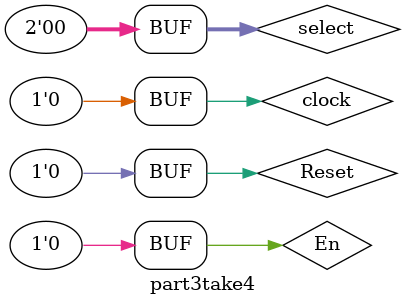
<source format=v>
`timescale 1ns / 1ps


module part3take4;

	// Inputs
	reg clock;
	reg Reset;
	reg En;
	reg [1:0] select;

	// Instantiate the Unit Under Test (UUT)
	TwoBitCounter uut (
		.clock(clock), 
		.Reset(Reset), 
		.En(En), 
		.select(select)
	);

	initial begin
		// Initialize Inputs
		clock = 0;
		Reset = 0;
		En = 0;
		select = 0;

		// Wait 100 ns for global reset to finish
		#100;
        
		// Add stimulus here

	end
      
endmodule


</source>
